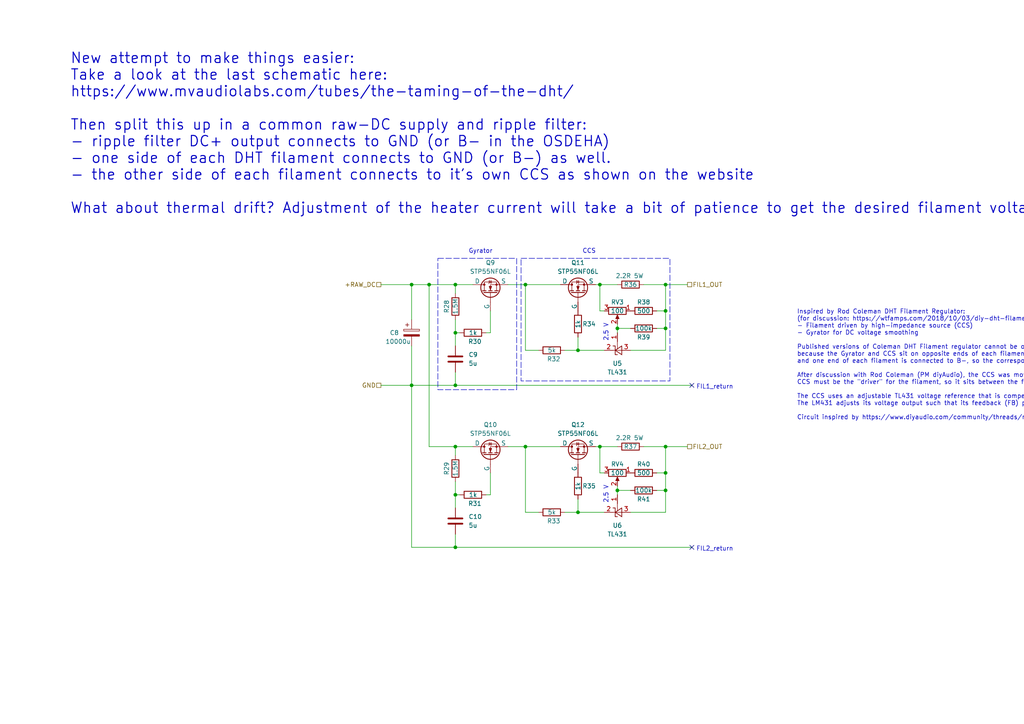
<source format=kicad_sch>
(kicad_sch (version 20230121) (generator eeschema)
  (paper "A4")
  (lib_symbols
    (symbol "Device:C" (pin_numbers hide) (pin_names (offset 0.254))
      (property "Reference" "C" (at 0.635 2.54 0))
      (property "Value" "C" (at 0.635 -2.54 0))
      (symbol "C_0_1"
        (polyline (pts (xy -2.032 -0.762) (xy 2.032 -0.762)) (stroke (width 0.508)))
        (polyline (pts (xy -2.032 0.762) (xy 2.032 0.762)) (stroke (width 0.508)))
      )
      (symbol "C_1_1"
        (pin passive line (at 0 3.81 270) (length 2.794) (name "~") (number "1"))
        (pin passive line (at 0 -3.81 90) (length 2.794) (name "~") (number "2"))
      )
    )
    (symbol "Device:C_Polarized" (pin_numbers hide) (pin_names (offset 0.254))
      (property "Reference" "C" (at 0.635 2.54 0))
      (property "Value" "C_Polarized" (at 0.635 -2.54 0))
      (symbol "C_Polarized_0_1"
        (rectangle (start -2.286 0.508) (end 2.286 1.016))
        (polyline (pts (xy -1.778 2.286) (xy -0.762 2.286)))
        (polyline (pts (xy -1.27 2.794) (xy -1.27 1.778)))
        (rectangle (start 2.286 -0.508) (end -2.286 -1.016) (fill (type outline)))
      )
      (symbol "C_Polarized_1_1"
        (pin passive line (at 0 3.81 270) (length 2.794) (name "~") (number "1"))
        (pin passive line (at 0 -3.81 90) (length 2.794) (name "~") (number "2"))
      )
    )
    (symbol "Device:R" (pin_numbers hide) (pin_names (offset 0))
      (property "Reference" "R" (at 2.032 0 90))
      (property "Value" "R" (at 0 0 90))
      (symbol "R_0_1"
        (rectangle (start -1.016 -2.54) (end 1.016 2.54) (stroke (width 0.254)))
      )
      (symbol "R_1_1"
        (pin passive line (at 0 3.81 270) (length 1.27) (name "~") (number "1"))
        (pin passive line (at 0 -3.81 90) (length 1.27) (name "~") (number "2"))
      )
    )
    (symbol "Device:R_Potentiometer" (pin_names (offset 1.016) hide)
      (property "Reference" "RV" (at -4.445 0 90))
      (property "Value" "R_Potentiometer" (at -2.54 0 90))
      (symbol "R_Potentiometer_0_1"
        (polyline (pts (xy 2.54 0) (xy 1.524 0)))
        (polyline (pts (xy 1.143 0) (xy 2.286 0.508) (xy 2.286 -0.508) (xy 1.143 0)) (fill (type outline)))
        (rectangle (start 1.016 2.54) (end -1.016 -2.54) (stroke (width 0.254)))
      )
      (symbol "R_Potentiometer_1_1"
        (pin passive line (at 0 3.81 270) (length 1.27) (name "1") (number "1"))
        (pin passive line (at 3.81 0 180) (length 1.27) (name "2") (number "2"))
        (pin passive line (at 0 -3.81 90) (length 1.27) (name "3") (number "3"))
      )
    )
    (symbol "Reference_Voltage:LM4041LP-ADJ" (pin_names (offset 0.0254) hide)
      (property "Reference" "U" (at 2.54 3.81 0))
      (property "Value" "LM4041LP-ADJ" (at 0 -3.175 0))
      (symbol "LM4041LP-ADJ_0_1"
        (polyline (pts (xy 0 2.54) (xy 0 0.508)))
        (polyline (pts (xy -1.27 0) (xy 0 0) (xy 1.27 0)))
        (polyline (pts (xy -1.27 -1.27) (xy 0.635 0) (xy -1.27 1.27) (xy -1.27 -1.27)) (stroke (width 0.2032)))
        (polyline (pts (xy 0 -1.27) (xy 0.635 -1.27) (xy 0.635 1.27) (xy 1.27 1.27)) (stroke (width 0.2032)))
      )
      (symbol "LM4041LP-ADJ_1_1"
        (pin input line (at 0 5.08 270) (length 2.54) (name "FB") (number "1"))
        (pin passive line (at 3.81 0 180) (length 2.54) (name "K") (number "2"))
        (pin passive line (at -3.81 0 0) (length 2.54) (name "A") (number "3"))
      )
    )
    (symbol "Simulation_SPICE:NMOS" (pin_numbers hide) (pin_names (offset 0))
      (property "Reference" "Q" (at 5.08 1.27 0))
      (property "Value" "NMOS" (at 5.08 -1.27 0))
      (symbol "NMOS_0_1"
        (polyline (pts (xy 0.254 0) (xy -2.54 0)))
        (polyline (pts (xy 0.254 1.905) (xy 0.254 -1.905)) (stroke (width 0.254)))
        (polyline (pts (xy 0.762 -1.27) (xy 0.762 -2.286)) (stroke (width 0.254)))
        (polyline (pts (xy 0.762 0.508) (xy 0.762 -0.508)) (stroke (width 0.254)))
        (polyline (pts (xy 0.762 2.286) (xy 0.762 1.27)) (stroke (width 0.254)))
        (polyline (pts (xy 2.54 2.54) (xy 2.54 1.778)))
        (polyline (pts (xy 2.54 -2.54) (xy 2.54 0) (xy 0.762 0)))
        (polyline (pts (xy 0.762 -1.778) (xy 3.302 -1.778) (xy 3.302 1.778) (xy 0.762 1.778)))
        (polyline (pts (xy 1.016 0) (xy 2.032 0.381) (xy 2.032 -0.381) (xy 1.016 0)) (fill (type outline)))
        (polyline (pts (xy 2.794 0.508) (xy 2.921 0.381) (xy 3.683 0.381) (xy 3.81 0.254)))
        (polyline (pts (xy 3.302 0.381) (xy 2.921 -0.254) (xy 3.683 -0.254) (xy 3.302 0.381)))
        (circle (center 1.651 0) (radius 2.794) (stroke (width 0.254)))
        (circle (center 2.54 -1.778) (radius 0.254) (fill (type outline)))
        (circle (center 2.54 1.778) (radius 0.254) (fill (type outline)))
      )
      (symbol "NMOS_1_1"
        (pin passive line (at 2.54 5.08 270) (length 2.54) (name "D") (number "1"))
        (pin input line (at -5.08 0 0) (length 2.54) (name "G") (number "2"))
        (pin passive line (at 2.54 -5.08 90) (length 2.54) (name "S") (number "3"))
      )
    )
  )
  (junction (at 132.08 129.54))
  (junction (at 152.4 129.54))
  (junction (at 193.04 129.54))
  (junction (at 173.99 129.54))
  (junction (at 193.04 137.16))
  (junction (at 179.07 142.24))
  (junction (at 124.46 82.55))
  (junction (at 167.64 148.59))
  (junction (at 193.04 82.55))
  (junction (at 167.64 101.6))
  (junction (at 152.4 82.55))
  (junction (at 193.04 142.24))
  (junction (at 132.08 143.51))
  (junction (at 132.08 96.52))
  (junction (at 119.38 111.76))
  (junction (at 132.08 158.75))
  (junction (at 173.99 82.55))
  (junction (at 179.07 95.25))
  (junction (at 193.04 90.17))
  (junction (at 119.38 82.55))
  (junction (at 193.04 95.25))
  (junction (at 132.08 82.55))
  (junction (at 132.08 111.76))
  (no_connect (at 200.66 158.75))
  (no_connect (at 200.66 111.76))
  (wire (pts (xy 175.26 90.17) (xy 173.99 90.17)))
  (wire (pts (xy 167.64 97.79) (xy 167.64 101.6)))
  (wire (pts (xy 190.5 142.24) (xy 193.04 142.24)))
  (wire (pts (xy 163.83 101.6) (xy 167.64 101.6)))
  (wire (pts (xy 173.99 90.17) (xy 173.99 82.55)))
  (wire (pts (xy 124.46 82.55) (xy 124.46 129.54)))
  (wire (pts (xy 156.21 148.59) (xy 152.4 148.59)))
  (wire (pts (xy 186.69 129.54) (xy 193.04 129.54)))
  (wire (pts (xy 182.88 148.59) (xy 193.04 148.59)))
  (wire (pts (xy 152.4 129.54) (xy 162.56 129.54)))
  (wire (pts (xy 175.26 137.16) (xy 173.99 137.16)))
  (wire (pts (xy 172.72 129.54) (xy 173.99 129.54)))
  (wire (pts (xy 110.49 111.76) (xy 119.38 111.76)))
  (wire (pts (xy 110.49 82.55) (xy 119.38 82.55)))
  (wire (pts (xy 173.99 129.54) (xy 179.07 129.54)))
  (wire (pts (xy 152.4 129.54) (xy 152.4 148.59)))
  (wire (pts (xy 132.08 129.54) (xy 124.46 129.54)))
  (wire (pts (xy 132.08 129.54) (xy 132.08 132.08)))
  (wire (pts (xy 193.04 82.55) (xy 199.39 82.55)))
  (wire (pts (xy 193.04 129.54) (xy 199.39 129.54)))
  (wire (pts (xy 119.38 111.76) (xy 119.38 158.75)))
  (wire (pts (xy 182.88 101.6) (xy 193.04 101.6)))
  (wire (pts (xy 142.24 137.16) (xy 142.24 143.51)))
  (wire (pts (xy 132.08 96.52) (xy 133.35 96.52)))
  (wire (pts (xy 132.08 143.51) (xy 133.35 143.51)))
  (wire (pts (xy 142.24 96.52) (xy 140.97 96.52)))
  (wire (pts (xy 167.64 101.6) (xy 175.26 101.6)))
  (wire (pts (xy 142.24 143.51) (xy 140.97 143.51)))
  (wire (pts (xy 179.07 96.52) (xy 179.07 95.25)))
  (wire (pts (xy 179.07 95.25) (xy 179.07 93.98)))
  (wire (pts (xy 193.04 82.55) (xy 193.04 90.17)))
  (wire (pts (xy 152.4 82.55) (xy 162.56 82.55)))
  (wire (pts (xy 190.5 137.16) (xy 193.04 137.16)))
  (wire (pts (xy 119.38 100.33) (xy 119.38 111.76)))
  (wire (pts (xy 167.64 144.78) (xy 167.64 148.59)))
  (wire (pts (xy 193.04 129.54) (xy 193.04 137.16)))
  (wire (pts (xy 163.83 148.59) (xy 167.64 148.59)))
  (wire (pts (xy 132.08 143.51) (xy 132.08 147.32)))
  (wire (pts (xy 179.07 142.24) (xy 179.07 140.97)))
  (wire (pts (xy 132.08 82.55) (xy 132.08 85.09)))
  (wire (pts (xy 193.04 95.25) (xy 193.04 101.6)))
  (wire (pts (xy 132.08 139.7) (xy 132.08 143.51)))
  (wire (pts (xy 179.07 143.51) (xy 179.07 142.24)))
  (wire (pts (xy 179.07 95.25) (xy 182.88 95.25)))
  (wire (pts (xy 193.04 142.24) (xy 193.04 148.59)))
  (wire (pts (xy 179.07 142.24) (xy 182.88 142.24)))
  (wire (pts (xy 119.38 158.75) (xy 132.08 158.75)))
  (wire (pts (xy 193.04 95.25) (xy 193.04 90.17)))
  (wire (pts (xy 119.38 111.76) (xy 132.08 111.76)))
  (wire (pts (xy 132.08 107.95) (xy 132.08 111.76)))
  (wire (pts (xy 132.08 82.55) (xy 137.16 82.55)))
  (wire (pts (xy 132.08 158.75) (xy 200.66 158.75)))
  (wire (pts (xy 124.46 82.55) (xy 132.08 82.55)))
  (wire (pts (xy 193.04 142.24) (xy 193.04 137.16)))
  (wire (pts (xy 172.72 82.55) (xy 173.99 82.55)))
  (wire (pts (xy 142.24 90.17) (xy 142.24 96.52)))
  (wire (pts (xy 190.5 90.17) (xy 193.04 90.17)))
  (wire (pts (xy 147.32 129.54) (xy 152.4 129.54)))
  (wire (pts (xy 167.64 148.59) (xy 175.26 148.59)))
  (wire (pts (xy 132.08 129.54) (xy 137.16 129.54)))
  (wire (pts (xy 190.5 95.25) (xy 193.04 95.25)))
  (wire (pts (xy 173.99 82.55) (xy 179.07 82.55)))
  (wire (pts (xy 119.38 82.55) (xy 124.46 82.55)))
  (wire (pts (xy 132.08 111.76) (xy 200.66 111.76)))
  (wire (pts (xy 186.69 82.55) (xy 193.04 82.55)))
  (wire (pts (xy 152.4 82.55) (xy 152.4 101.6)))
  (wire (pts (xy 132.08 92.71) (xy 132.08 96.52)))
  (wire (pts (xy 119.38 92.71) (xy 119.38 82.55)))
  (wire (pts (xy 147.32 82.55) (xy 152.4 82.55)))
  (wire (pts (xy 173.99 137.16) (xy 173.99 129.54)))
  (wire (pts (xy 132.08 154.94) (xy 132.08 158.75)))
  (wire (pts (xy 132.08 96.52) (xy 132.08 100.33)))
  (wire (pts (xy 156.21 101.6) (xy 152.4 101.6)))
  (rectangle (start 151.13 74.93) (end 194.31 110.49) (stroke (width 0) (type dash)))
  (rectangle (start 127 74.93) (end 149.86 113.03) (stroke (width 0) (type dash)))
  (text "FIL1_return" (at 201.93 113.03 0) (effects (font (size 1.27 1.27)) (justify left bottom)))
  (text "New attempt to make things easier:\nTake a look at the last schematic here:\nhttps://www.mvaudiolabs.com/tubes/the-taming-of-the-dht/\n\nThen split this up in a common raw-DC supply and ripple filter:\n- ripple filter DC+ output connects to GND (or B- in the OSDEHA)\n- one side of each DHT filament connects to GND (or B-) as well.\n- the other side of each filament connects to it's own CCS as shown on the website\n\nWhat about thermal drift? Adjustment of the heater current will take a bit of patience to get the desired filament voltage. Maybe an NTC/PTC connected to the base of the diff-amp BC550 will help. " (at 20.32 62.23 0) (effects (font (size 3 3) (thickness 0.3) bold) (justify left bottom)))
  (text "CCS" (at 168.91 73.66 0) (effects (font (size 1.27 1.27)) (justify left bottom)))
  (text "2.5 V" (at 176.53 99.06 90) (effects (font (size 1.27 1.27)) (justify left bottom)))
  (text "2.5 V" (at 176.53 146.05 90) (effects (font (size 1.27 1.27)) (justify left bottom)))
  (text "FIL2_return" (at 201.93 160.02 0) (effects (font (size 1.27 1.27)) (justify left bottom)))
  (text "Inspired by Rod Coleman DHT Filament Regulator:\n(for discussion: https://wtfamps.com/2018/10/03/diy-dht-filament-strategies)\n- Filament driven by high-impedance source (CCS)\n- Gyrator for DC voltage smoothing\n\nPublished versions of Coleman DHT Filament regulator cannot be operated from same raw DC supply\nbecause the Gyrator and CCS sit on opposite ends of each filament,\nand one end of each filament is connected to B-, so the corresponding outputs of each regulator are connected to each other.\n\nAfter discussion with Rod Coleman (PM diyAudio), the CCS was moved to the same side as the gyrator.\nCCS must be the \"driver\" for the filament, so it sits between the filament and the gyrator.\n\nThe CCS uses an adjustable TL431 voltage reference that is compensated for temperature drifts.\nThe LM431 adjusts its voltage output such that its feedback (FB) pin sees 2.5 VDC.\n\nCircuit inspired by https://www.diyaudio.com/community/threads/need-help-diagnosing-issue-with-26-filament-supply.339899/" (at 231.14 121.92 0) (effects (font (size 1.27 1.27)) (justify left bottom)))
  (text "Gyrator" (at 135.89 73.66 0) (effects (font (size 1.27 1.27)) (justify left bottom)))
  (hierarchical_label "FIL1_OUT" (shape passive) (at 199.39 82.55 0))
  (hierarchical_label "GND" (shape passive) (at 110.49 111.76 180))
  (hierarchical_label "FIL2_OUT" (shape passive) (at 199.39 129.54 0))
  (hierarchical_label "+RAW_DC" (shape passive) (at 110.49 82.55 180))
  (symbol (lib_id "Device:R") (at 186.69 95.25 270) (unit 1)
    (property "Reference" "R39" (at 186.69 97.79 90))
    (property "Value" "100k" (at 186.69 95.25 90))
  )
  (symbol (lib_id "Device:R") (at 182.88 129.54 90) (unit 1)
    (property "Reference" "R37" (at 182.88 129.54 90))
    (property "Value" "2.2R 5W" (at 186.69 127 90) (effects (justify left)))
  )
  (symbol (lib_id "Device:R") (at 160.02 101.6 90) (unit 1)
    (property "Reference" "R32" (at 162.56 104.14 90) (effects (justify left)))
    (property "Value" "5k" (at 161.29 101.6 90) (effects (justify left)))
  )
  (symbol (lib_id "Reference_Voltage:LM4041LP-ADJ") (at 179.07 148.59 0) (mirror y) (unit 1)
    (property "Reference" "U6" (at 179.07 152.4 0))
    (property "Value" "TL431" (at 179.07 154.94 0))
    (property "Footprint" "Package_TO_SOT_THT:TO-92_Inline" (effects hide))
    (property "Datasheet" "http://www.ti.com/lit/ds/symlink/lm4041-n.pdf" (effects hide))
  )
  (symbol (lib_id "Device:C_Polarized") (at 119.38 96.52 0) (unit 1)
    (property "Reference" "C8" (at 113.03 96.52 0) (effects (justify left)))
    (property "Value" "10000u" (at 111.76 99.06 0) (effects (justify left)))
  )
  (symbol (lib_id "Device:R") (at 160.02 148.59 90) (unit 1)
    (property "Reference" "R33" (at 162.56 151.13 90) (effects (justify left)))
    (property "Value" "5k" (at 161.29 148.59 90) (effects (justify left)))
  )
  (symbol (lib_id "Simulation_SPICE:NMOS") (at 142.24 85.09 90) (unit 1)
    (property "Reference" "Q9" (at 142.24 76.2 90))
    (property "Value" "STP55NF06L" (at 142.24 78.74 90))
    (property "Footprint" "Package_TO_SOT_THT:TO-220-3_Vertical" (effects hide))
    (property "Datasheet" "https://ngspice.sourceforge.io/docs/ngspice-manual.pdf" (effects hide))
    (property "Sim.Device" "NMOS" (effects hide))
    (property "Sim.Type" "VDMOS" (effects hide))
    (property "Sim.Pins" "1=D 2=G 3=S" (effects hide))
  )
  (symbol (lib_id "Device:C") (at 132.08 151.13 0) (unit 1)
    (property "Reference" "C10" (at 135.89 149.86 0) (effects (justify left)))
    (property "Value" "5u" (at 135.89 152.4 0) (effects (justify left)))
  )
  (symbol (lib_id "Device:R") (at 137.16 96.52 90) (unit 1)
    (property "Reference" "R30" (at 139.7 99.06 90) (effects (justify left)))
    (property "Value" "1k" (at 138.43 96.52 90) (effects (justify left)))
  )
  (symbol (lib_id "Device:R") (at 182.88 82.55 90) (unit 1)
    (property "Reference" "R36" (at 182.88 82.55 90))
    (property "Value" "2.2R 5W" (at 186.69 80.01 90) (effects (justify left)))
  )
  (symbol (lib_id "Device:R_Potentiometer") (at 179.07 137.16 270) (unit 1)
    (property "Reference" "RV4" (at 179.07 134.62 90))
    (property "Value" "100" (at 179.07 137.16 90))
  )
  (symbol (lib_id "Simulation_SPICE:NMOS") (at 167.64 85.09 90) (unit 1)
    (property "Reference" "Q11" (at 167.64 76.2 90))
    (property "Value" "STP55NF06L" (at 167.64 78.74 90))
    (property "Footprint" "Package_TO_SOT_THT:TO-220-3_Vertical" (effects hide))
    (property "Datasheet" "https://ngspice.sourceforge.io/docs/ngspice-manual.pdf" (effects hide))
    (property "Sim.Device" "NMOS" (effects hide))
    (property "Sim.Type" "VDMOS" (effects hide))
    (property "Sim.Pins" "1=D 2=G 3=S" (effects hide))
  )
  (symbol (lib_id "Device:R") (at 186.69 137.16 270) (unit 1)
    (property "Reference" "R40" (at 186.69 134.62 90))
    (property "Value" "500" (at 186.69 137.16 90))
  )
  (symbol (lib_id "Device:R") (at 167.64 93.98 0) (unit 1)
    (property "Reference" "R34" (at 168.91 93.98 0) (effects (justify left)))
    (property "Value" "1k" (at 167.64 95.25 90) (effects (justify left)))
  )
  (symbol (lib_id "Device:R") (at 137.16 143.51 90) (unit 1)
    (property "Reference" "R31" (at 139.7 146.05 90) (effects (justify left)))
    (property "Value" "1k" (at 138.43 143.51 90) (effects (justify left)))
  )
  (symbol (lib_id "Device:R") (at 186.69 90.17 270) (unit 1)
    (property "Reference" "R38" (at 186.69 87.63 90))
    (property "Value" "500" (at 186.69 90.17 90))
  )
  (symbol (lib_id "Reference_Voltage:LM4041LP-ADJ") (at 179.07 101.6 0) (mirror y) (unit 1)
    (property "Reference" "U5" (at 179.07 105.41 0))
    (property "Value" "TL431" (at 179.07 107.95 0))
    (property "Footprint" "Package_TO_SOT_THT:TO-92_Inline" (effects hide))
    (property "Datasheet" "http://www.ti.com/lit/ds/symlink/lm4041-n.pdf" (effects hide))
  )
  (symbol (lib_id "Device:R_Potentiometer") (at 179.07 90.17 270) (unit 1)
    (property "Reference" "RV3" (at 179.07 87.63 90))
    (property "Value" "100" (at 179.07 90.17 90))
  )
  (symbol (lib_id "Device:R") (at 132.08 88.9 180) (unit 1)
    (property "Reference" "R28" (at 129.54 88.9 90))
    (property "Value" "1.5M" (at 132.08 88.9 90))
  )
  (symbol (lib_id "Device:R") (at 186.69 142.24 270) (unit 1)
    (property "Reference" "R41" (at 186.69 144.78 90))
    (property "Value" "100k" (at 186.69 142.24 90))
  )
  (symbol (lib_id "Device:R") (at 132.08 135.89 180) (unit 1)
    (property "Reference" "R29" (at 129.54 135.89 90))
    (property "Value" "1.5M" (at 132.08 135.89 90))
  )
  (symbol (lib_id "Device:C") (at 132.08 104.14 0) (unit 1)
    (property "Reference" "C9" (at 135.89 102.87 0) (effects (justify left)))
    (property "Value" "5u" (at 135.89 105.41 0) (effects (justify left)))
  )
  (symbol (lib_id "Simulation_SPICE:NMOS") (at 167.64 132.08 90) (unit 1)
    (property "Reference" "Q12" (at 167.64 123.19 90))
    (property "Value" "STP55NF06L" (at 167.64 125.73 90))
    (property "Footprint" "Package_TO_SOT_THT:TO-220-3_Vertical" (effects hide))
    (property "Datasheet" "https://ngspice.sourceforge.io/docs/ngspice-manual.pdf" (effects hide))
    (property "Sim.Device" "NMOS" (effects hide))
    (property "Sim.Type" "VDMOS" (effects hide))
    (property "Sim.Pins" "1=D 2=G 3=S" (effects hide))
  )
  (symbol (lib_id "Simulation_SPICE:NMOS") (at 142.24 132.08 90) (unit 1)
    (property "Reference" "Q10" (at 142.24 123.19 90))
    (property "Value" "STP55NF06L" (at 142.24 125.73 90))
    (property "Footprint" "Package_TO_SOT_THT:TO-220-3_Vertical" (effects hide))
    (property "Datasheet" "https://ngspice.sourceforge.io/docs/ngspice-manual.pdf" (effects hide))
    (property "Sim.Device" "NMOS" (effects hide))
    (property "Sim.Type" "VDMOS" (effects hide))
    (property "Sim.Pins" "1=D 2=G 3=S" (effects hide))
  )
  (symbol (lib_id "Device:R") (at 167.64 140.97 0) (unit 1)
    (property "Reference" "R35" (at 168.91 140.97 0) (effects (justify left)))
    (property "Value" "1k" (at 167.64 142.24 90) (effects (justify left)))
  )
)
</source>
